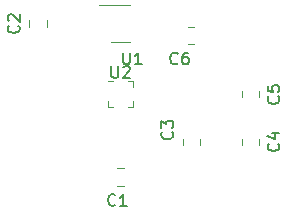
<source format=gbr>
%TF.GenerationSoftware,KiCad,Pcbnew,(6.0.0)*%
%TF.CreationDate,2023-09-19T02:50:45-04:00*%
%TF.ProjectId,AFT_x06_Magnetometer_Shield_MichaelLee,4146545f-7830-4365-9f4d-61676e65746f,rev?*%
%TF.SameCoordinates,Original*%
%TF.FileFunction,Legend,Top*%
%TF.FilePolarity,Positive*%
%FSLAX46Y46*%
G04 Gerber Fmt 4.6, Leading zero omitted, Abs format (unit mm)*
G04 Created by KiCad (PCBNEW (6.0.0)) date 2023-09-19 02:50:45*
%MOMM*%
%LPD*%
G01*
G04 APERTURE LIST*
%ADD10C,0.150000*%
%ADD11C,0.120000*%
G04 APERTURE END LIST*
D10*
%TO.C,C2*%
X159357142Y-92166666D02*
X159404761Y-92214285D01*
X159452380Y-92357142D01*
X159452380Y-92452380D01*
X159404761Y-92595238D01*
X159309523Y-92690476D01*
X159214285Y-92738095D01*
X159023809Y-92785714D01*
X158880952Y-92785714D01*
X158690476Y-92738095D01*
X158595238Y-92690476D01*
X158500000Y-92595238D01*
X158452380Y-92452380D01*
X158452380Y-92357142D01*
X158500000Y-92214285D01*
X158547619Y-92166666D01*
X158547619Y-91785714D02*
X158500000Y-91738095D01*
X158452380Y-91642857D01*
X158452380Y-91404761D01*
X158500000Y-91309523D01*
X158547619Y-91261904D01*
X158642857Y-91214285D01*
X158738095Y-91214285D01*
X158880952Y-91261904D01*
X159452380Y-91833333D01*
X159452380Y-91214285D01*
%TO.C,U1*%
X168238095Y-94452380D02*
X168238095Y-95261904D01*
X168285714Y-95357142D01*
X168333333Y-95404761D01*
X168428571Y-95452380D01*
X168619047Y-95452380D01*
X168714285Y-95404761D01*
X168761904Y-95357142D01*
X168809523Y-95261904D01*
X168809523Y-94452380D01*
X169809523Y-95452380D02*
X169238095Y-95452380D01*
X169523809Y-95452380D02*
X169523809Y-94452380D01*
X169428571Y-94595238D01*
X169333333Y-94690476D01*
X169238095Y-94738095D01*
%TO.C,U2*%
X167238095Y-95602380D02*
X167238095Y-96411904D01*
X167285714Y-96507142D01*
X167333333Y-96554761D01*
X167428571Y-96602380D01*
X167619047Y-96602380D01*
X167714285Y-96554761D01*
X167761904Y-96507142D01*
X167809523Y-96411904D01*
X167809523Y-95602380D01*
X168238095Y-95697619D02*
X168285714Y-95650000D01*
X168380952Y-95602380D01*
X168619047Y-95602380D01*
X168714285Y-95650000D01*
X168761904Y-95697619D01*
X168809523Y-95792857D01*
X168809523Y-95888095D01*
X168761904Y-96030952D01*
X168190476Y-96602380D01*
X168809523Y-96602380D01*
%TO.C,C5*%
X181357142Y-98166666D02*
X181404761Y-98214285D01*
X181452380Y-98357142D01*
X181452380Y-98452380D01*
X181404761Y-98595238D01*
X181309523Y-98690476D01*
X181214285Y-98738095D01*
X181023809Y-98785714D01*
X180880952Y-98785714D01*
X180690476Y-98738095D01*
X180595238Y-98690476D01*
X180500000Y-98595238D01*
X180452380Y-98452380D01*
X180452380Y-98357142D01*
X180500000Y-98214285D01*
X180547619Y-98166666D01*
X180452380Y-97261904D02*
X180452380Y-97738095D01*
X180928571Y-97785714D01*
X180880952Y-97738095D01*
X180833333Y-97642857D01*
X180833333Y-97404761D01*
X180880952Y-97309523D01*
X180928571Y-97261904D01*
X181023809Y-97214285D01*
X181261904Y-97214285D01*
X181357142Y-97261904D01*
X181404761Y-97309523D01*
X181452380Y-97404761D01*
X181452380Y-97642857D01*
X181404761Y-97738095D01*
X181357142Y-97785714D01*
%TO.C,C1*%
X167572081Y-107357142D02*
X167524462Y-107404761D01*
X167381605Y-107452380D01*
X167286367Y-107452380D01*
X167143509Y-107404761D01*
X167048271Y-107309523D01*
X167000652Y-107214285D01*
X166953033Y-107023809D01*
X166953033Y-106880952D01*
X167000652Y-106690476D01*
X167048271Y-106595238D01*
X167143509Y-106500000D01*
X167286367Y-106452380D01*
X167381605Y-106452380D01*
X167524462Y-106500000D01*
X167572081Y-106547619D01*
X168524462Y-107452380D02*
X167953033Y-107452380D01*
X168238748Y-107452380D02*
X168238748Y-106452380D01*
X168143509Y-106595238D01*
X168048271Y-106690476D01*
X167953033Y-106738095D01*
%TO.C,C4*%
X181357142Y-102166666D02*
X181404761Y-102214285D01*
X181452380Y-102357142D01*
X181452380Y-102452380D01*
X181404761Y-102595238D01*
X181309523Y-102690476D01*
X181214285Y-102738095D01*
X181023809Y-102785714D01*
X180880952Y-102785714D01*
X180690476Y-102738095D01*
X180595238Y-102690476D01*
X180500000Y-102595238D01*
X180452380Y-102452380D01*
X180452380Y-102357142D01*
X180500000Y-102214285D01*
X180547619Y-102166666D01*
X180785714Y-101309523D02*
X181452380Y-101309523D01*
X180404761Y-101547619D02*
X181119047Y-101785714D01*
X181119047Y-101166666D01*
%TO.C,C6*%
X172833333Y-95357142D02*
X172785714Y-95404761D01*
X172642857Y-95452380D01*
X172547619Y-95452380D01*
X172404761Y-95404761D01*
X172309523Y-95309523D01*
X172261904Y-95214285D01*
X172214285Y-95023809D01*
X172214285Y-94880952D01*
X172261904Y-94690476D01*
X172309523Y-94595238D01*
X172404761Y-94500000D01*
X172547619Y-94452380D01*
X172642857Y-94452380D01*
X172785714Y-94500000D01*
X172833333Y-94547619D01*
X173690476Y-94452380D02*
X173500000Y-94452380D01*
X173404761Y-94500000D01*
X173357142Y-94547619D01*
X173261904Y-94690476D01*
X173214285Y-94880952D01*
X173214285Y-95261904D01*
X173261904Y-95357142D01*
X173309523Y-95404761D01*
X173404761Y-95452380D01*
X173595238Y-95452380D01*
X173690476Y-95404761D01*
X173738095Y-95357142D01*
X173785714Y-95261904D01*
X173785714Y-95023809D01*
X173738095Y-94928571D01*
X173690476Y-94880952D01*
X173595238Y-94833333D01*
X173404761Y-94833333D01*
X173309523Y-94880952D01*
X173261904Y-94928571D01*
X173214285Y-95023809D01*
%TO.C,C3*%
X172357142Y-101166666D02*
X172404761Y-101214285D01*
X172452380Y-101357142D01*
X172452380Y-101452380D01*
X172404761Y-101595238D01*
X172309523Y-101690476D01*
X172214285Y-101738095D01*
X172023809Y-101785714D01*
X171880952Y-101785714D01*
X171690476Y-101738095D01*
X171595238Y-101690476D01*
X171500000Y-101595238D01*
X171452380Y-101452380D01*
X171452380Y-101357142D01*
X171500000Y-101214285D01*
X171547619Y-101166666D01*
X171452380Y-100833333D02*
X171452380Y-100214285D01*
X171833333Y-100547619D01*
X171833333Y-100404761D01*
X171880952Y-100309523D01*
X171928571Y-100261904D01*
X172023809Y-100214285D01*
X172261904Y-100214285D01*
X172357142Y-100261904D01*
X172404761Y-100309523D01*
X172452380Y-100404761D01*
X172452380Y-100690476D01*
X172404761Y-100785714D01*
X172357142Y-100833333D01*
D11*
%TO.C,C2*%
X161735000Y-92261252D02*
X161735000Y-91738748D01*
X160265000Y-92261252D02*
X160265000Y-91738748D01*
%TO.C,U1*%
X168000000Y-93560000D02*
X168800000Y-93560000D01*
X168000000Y-90440000D02*
X168800000Y-90440000D01*
X168000000Y-90440000D02*
X166200000Y-90440000D01*
X168000000Y-93560000D02*
X167200000Y-93560000D01*
%TO.C,U2*%
X169100000Y-99100000D02*
X168600000Y-99100000D01*
X169100000Y-98600000D02*
X169100000Y-99100000D01*
X169100000Y-97400000D02*
X169100000Y-97400000D01*
X168600000Y-99100000D02*
X168600000Y-99100000D01*
X168600000Y-96900000D02*
X169100000Y-96900000D01*
X169100000Y-96900000D02*
X169100000Y-97400000D01*
X166900000Y-96900000D02*
X166900000Y-96900000D01*
X166900000Y-99100000D02*
X166900000Y-98600000D01*
X166900000Y-98600000D02*
X166900000Y-98600000D01*
X167400000Y-99100000D02*
X166900000Y-99100000D01*
X167400000Y-96900000D02*
X166900000Y-96900000D01*
%TO.C,C5*%
X178265000Y-98261252D02*
X178265000Y-97738748D01*
X179735000Y-98261252D02*
X179735000Y-97738748D01*
%TO.C,C1*%
X167738748Y-105735000D02*
X168261252Y-105735000D01*
X167738748Y-104265000D02*
X168261252Y-104265000D01*
%TO.C,C4*%
X179735000Y-102261252D02*
X179735000Y-101738748D01*
X178265000Y-102261252D02*
X178265000Y-101738748D01*
%TO.C,C6*%
X173738748Y-92265000D02*
X174261252Y-92265000D01*
X173738748Y-93735000D02*
X174261252Y-93735000D01*
%TO.C,C3*%
X173265000Y-102261252D02*
X173265000Y-101738748D01*
X174735000Y-102261252D02*
X174735000Y-101738748D01*
%TD*%
M02*

</source>
